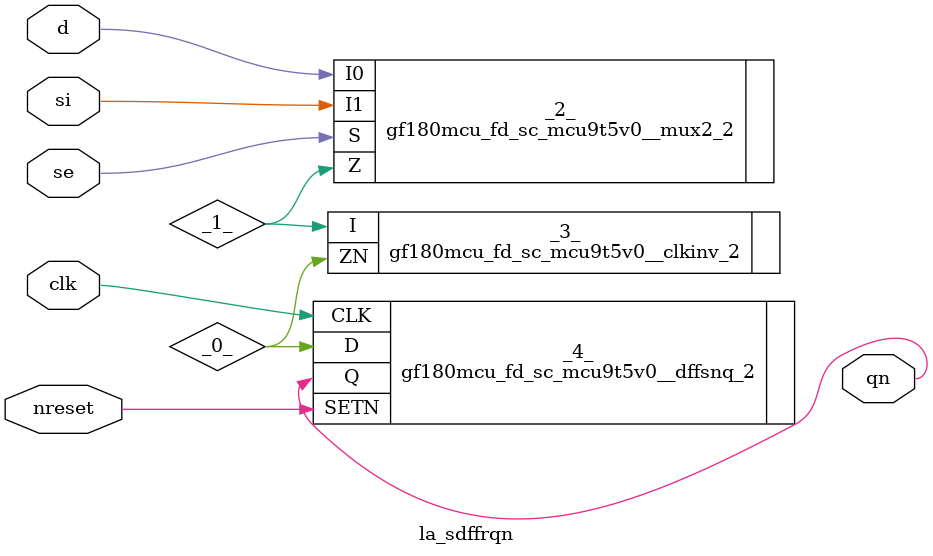
<source format=v>

/* Generated by Yosys 0.44 (git sha1 80ba43d26, g++ 11.4.0-1ubuntu1~22.04 -fPIC -O3) */

(* top =  1  *)
(* src = "generated" *)
module la_sdffrqn (
    d,
    si,
    se,
    clk,
    nreset,
    qn
);
  (* src = "generated" *)
  wire _0_;
  wire _1_;
  (* src = "generated" *)
  input clk;
  wire clk;
  (* src = "generated" *)
  input d;
  wire d;
  (* src = "generated" *)
  input nreset;
  wire nreset;
  (* src = "generated" *)
  output qn;
  wire qn;
  (* src = "generated" *)
  input se;
  wire se;
  (* src = "generated" *)
  input si;
  wire si;
  gf180mcu_fd_sc_mcu9t5v0__mux2_2 _2_ (
      .I0(d),
      .I1(si),
      .S (se),
      .Z (_1_)
  );
  gf180mcu_fd_sc_mcu9t5v0__clkinv_2 _3_ (
      .I (_1_),
      .ZN(_0_)
  );
  (* src = "generated" *)
  gf180mcu_fd_sc_mcu9t5v0__dffsnq_2 _4_ (
      .CLK(clk),
      .D(_0_),
      .Q(qn),
      .SETN(nreset)
  );
endmodule

</source>
